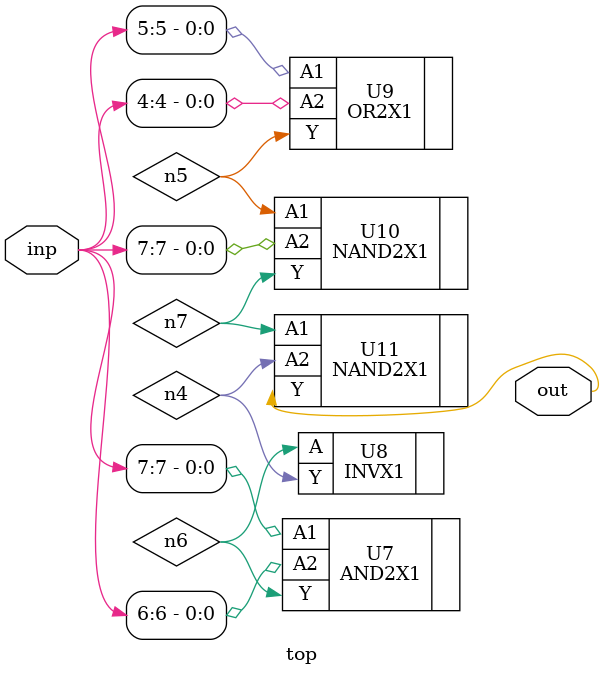
<source format=sv>


module top ( inp, out );
  input [7:0] inp;
  output out;
  wire   n4, n5, n6, n7;

  AND2X1 U7 ( .A1(inp[7]), .A2(inp[6]), .Y(n6) );
  INVX1 U8 ( .A(n6), .Y(n4) );
  OR2X1 U9 ( .A1(inp[5]), .A2(inp[4]), .Y(n5) );
  NAND2X1 U10 ( .A1(n5), .A2(inp[7]), .Y(n7) );
  NAND2X1 U11 ( .A1(n7), .A2(n4), .Y(out) );
endmodule


</source>
